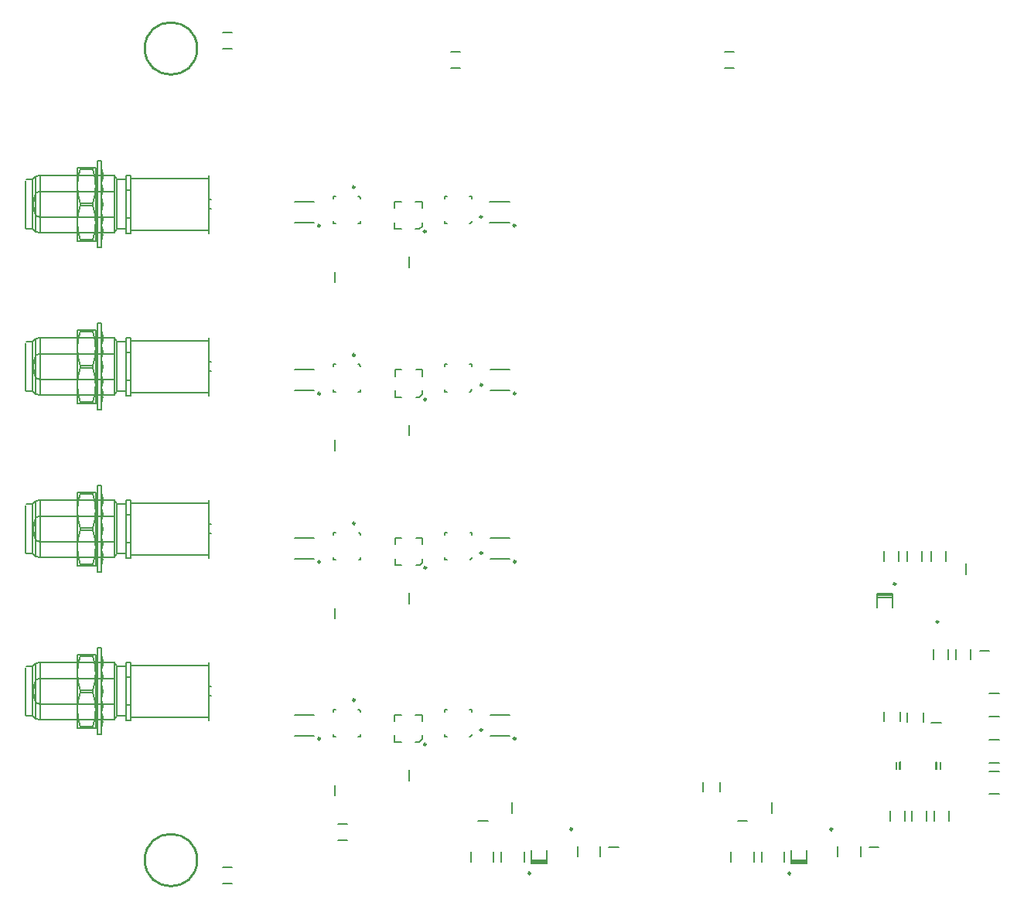
<source format=gto>
G04*
G04 #@! TF.GenerationSoftware,Altium Limited,Altium Designer,21.0.9 (235)*
G04*
G04 Layer_Color=65535*
%FSLAX25Y25*%
%MOIN*%
G70*
G04*
G04 #@! TF.SameCoordinates,4626A756-FD0A-4D7F-A62D-B668EF0F2538*
G04*
G04*
G04 #@! TF.FilePolarity,Positive*
G04*
G01*
G75*
%ADD10C,0.00787*%
%ADD11C,0.00984*%
%ADD12C,0.01000*%
D10*
X343916Y60835D02*
G03*
X343916Y63985I-7916J1575D01*
G01*
X328285D02*
G03*
X328285Y60835I7715J-1575D01*
G01*
X343715D02*
G03*
X343715Y63985I-7715J1575D01*
G01*
X328084D02*
G03*
X328084Y60835I7916J-1575D01*
G01*
X-25088Y304002D02*
G03*
X-25088Y289238I21236J-7382D01*
G01*
Y319750D02*
G03*
X-25088Y304986I21236J-7382D01*
G01*
X-19707D02*
G03*
X-19707Y319750I-21236J7382D01*
G01*
Y289238D02*
G03*
X-19707Y304002I-21236J7382D01*
G01*
X-44217Y309508D02*
G03*
X-44217Y299480I10945J-5014D01*
G01*
Y99508D02*
G03*
X-44217Y89480I10945J-5014D01*
G01*
X-19707Y79238D02*
G03*
X-19707Y94002I-21236J7382D01*
G01*
Y94986D02*
G03*
X-19707Y109750I-21236J7382D01*
G01*
X-25088D02*
G03*
X-25088Y94986I21236J-7382D01*
G01*
Y94002D02*
G03*
X-25088Y79238I21236J-7382D01*
G01*
X-44217Y239508D02*
G03*
X-44217Y229480I10945J-5014D01*
G01*
X-19707Y219238D02*
G03*
X-19707Y234002I-21236J7382D01*
G01*
Y234986D02*
G03*
X-19707Y249750I-21236J7382D01*
G01*
X-25088D02*
G03*
X-25088Y234986I21236J-7382D01*
G01*
Y234002D02*
G03*
X-25088Y219238I21236J-7382D01*
G01*
X-44217Y169508D02*
G03*
X-44217Y159480I10945J-5014D01*
G01*
X-19707Y149238D02*
G03*
X-19707Y164002I-21236J7382D01*
G01*
Y164986D02*
G03*
X-19707Y179750I-21236J7382D01*
G01*
X-25088D02*
G03*
X-25088Y164986I21236J-7382D01*
G01*
Y164002D02*
G03*
X-25088Y149238I21236J-7382D01*
G01*
X345488Y60835D02*
Y63985D01*
X326512Y60835D02*
Y63985D01*
X-18461Y317532D02*
X-17673Y320242D01*
X-18461Y317532D02*
X-17673Y317303D01*
X-16098D02*
X-15311Y317532D01*
X-18461Y315785D02*
X-17673Y318132D01*
X-18461Y315785D02*
X-17673Y313813D01*
X-18461Y311013D02*
X-17673Y313545D01*
X-18461Y311013D02*
X-17673Y308062D01*
X-18461Y304494D02*
X-17673Y307696D01*
X-18461Y293203D02*
X-17673Y295149D01*
X-18461Y297975D02*
X-17673Y295417D01*
X-18461Y297975D02*
X-17673Y300926D01*
X-18461Y304494D02*
X-17673Y301293D01*
X-16098Y320242D02*
X-15311Y317532D01*
X-16098Y317938D02*
X-15311Y315785D01*
X-16098Y313786D02*
X-15311Y315785D01*
X-16098Y313588D02*
X-15311Y311013D01*
X-16098Y307983D02*
X-15311Y311013D01*
X-16098Y307712D02*
X-15311Y304494D01*
X-16098Y301245D02*
X-15311Y304494D01*
X-16098Y300973D02*
X-15311Y297975D01*
X-16098Y295377D02*
X-15311Y297975D01*
X-16098Y295179D02*
X-15311Y293203D01*
X-18461D02*
X-17673Y290856D01*
X-16098D02*
X-15311Y293203D01*
X-17673Y323195D02*
X-16098D01*
X-17673Y285793D02*
Y323195D01*
Y285793D02*
X-16098D01*
Y323195D01*
X-18461Y291456D02*
X-17673Y288746D01*
X-18461Y291456D02*
X-17673Y291685D01*
X-16098D02*
X-15311Y291456D01*
X-16098Y288746D02*
X-15311Y291456D01*
X-25088Y319750D02*
Y320242D01*
Y319750D02*
X-19707D01*
Y320242D01*
Y304002D02*
Y304986D01*
X-25088D02*
X-19707D01*
X-25088Y304002D02*
Y304986D01*
Y304002D02*
X-19707D01*
X-18461Y288746D02*
Y320242D01*
X-26335D02*
X-18461D01*
X-26335Y288746D02*
Y320242D01*
Y288746D02*
X-18461D01*
X-25088D02*
Y289238D01*
X-19707D01*
Y288746D02*
Y289238D01*
X-3500Y315630D02*
X30358D01*
X-3500Y293359D02*
X30358D01*
X-5469Y310532D02*
X-3500D01*
X-5469Y298456D02*
X-3500D01*
X-42476Y292211D02*
Y316778D01*
X-44217Y316533D02*
X-42476Y316778D01*
X-44217Y292455D02*
X-42476Y292211D01*
X-44217Y309508D02*
X-42476Y310070D01*
X-10360D01*
X-44217Y299480D02*
X-42476Y298918D01*
X-10360D01*
X-48382Y293864D02*
X-45626D01*
X-48776Y294258D02*
Y314730D01*
X-48382Y315124D02*
X-45626D01*
X-44217Y316533D01*
X-45626Y293864D02*
Y315124D01*
Y293864D02*
X-44217Y292455D01*
Y316533D01*
X-42476Y316778D02*
X-10360D01*
X-42476Y292211D02*
X-10360D01*
X-9405Y293864D01*
X-10360Y292211D02*
Y316778D01*
X-9405Y315124D01*
Y293864D02*
Y315124D01*
X-5469D01*
X-9405Y293864D02*
X-5469D01*
Y291994D02*
Y316994D01*
X-3500D01*
X-5469Y291994D02*
X-3500D01*
Y291896D02*
Y317092D01*
X30358Y291896D02*
Y317092D01*
Y302526D02*
X31343D01*
X30358Y306463D02*
X31343D01*
X30358Y96463D02*
X31343D01*
X30358Y92526D02*
X31343D01*
X30358Y81896D02*
Y107092D01*
X-3500Y81896D02*
Y107092D01*
X-5469Y81994D02*
X-3500D01*
X-5469Y106994D02*
X-3500D01*
X-5469Y81994D02*
Y106994D01*
X-9405Y83864D02*
X-5469D01*
X-9405Y105124D02*
X-5469D01*
X-9405Y83864D02*
Y105124D01*
X-10360Y106778D02*
X-9405Y105124D01*
X-10360Y82211D02*
Y106778D01*
Y82211D02*
X-9405Y83864D01*
X-42476Y82211D02*
X-10360D01*
X-42476Y106778D02*
X-10360D01*
X-44217Y82455D02*
Y106533D01*
X-45626Y83864D02*
X-44217Y82455D01*
X-45626Y83864D02*
Y105124D01*
X-44217Y106533D01*
X-48382Y105124D02*
X-45626D01*
X-48776Y84258D02*
Y104730D01*
X-48382Y83864D02*
X-45626D01*
X-42476Y88918D02*
X-10360D01*
X-44217Y89480D02*
X-42476Y88918D01*
Y100070D02*
X-10360D01*
X-44217Y99508D02*
X-42476Y100070D01*
X-44217Y82455D02*
X-42476Y82211D01*
X-44217Y106533D02*
X-42476Y106778D01*
Y82211D02*
Y106778D01*
X-5469Y88456D02*
X-3500D01*
X-5469Y100532D02*
X-3500D01*
Y83359D02*
X30358D01*
X-3500Y105630D02*
X30358D01*
X-19707Y78746D02*
Y79238D01*
X-25088D02*
X-19707D01*
X-25088Y78746D02*
Y79238D01*
X-26335Y78746D02*
X-18461D01*
X-26335D02*
Y110242D01*
X-18461D01*
Y78746D02*
Y110242D01*
X-25088Y94002D02*
X-19707D01*
X-25088D02*
Y94986D01*
X-19707D01*
Y94002D02*
Y94986D01*
Y109750D02*
Y110242D01*
X-25088Y109750D02*
X-19707D01*
X-25088D02*
Y110242D01*
X-16098Y78746D02*
X-15311Y81456D01*
X-16098Y81685D02*
X-15311Y81456D01*
X-18461D02*
X-17673Y81685D01*
X-18461Y81456D02*
X-17673Y78746D01*
X-16098Y75793D02*
Y113195D01*
X-17673Y75793D02*
X-16098D01*
X-17673D02*
Y113195D01*
X-16098D01*
Y80856D02*
X-15311Y83203D01*
X-18461D02*
X-17673Y80856D01*
X-16098Y85179D02*
X-15311Y83203D01*
X-16098Y85377D02*
X-15311Y87975D01*
X-16098Y90973D02*
X-15311Y87975D01*
X-16098Y91245D02*
X-15311Y94494D01*
X-16098Y97711D02*
X-15311Y94494D01*
X-16098Y97983D02*
X-15311Y101013D01*
X-16098Y103588D02*
X-15311Y101013D01*
X-16098Y103786D02*
X-15311Y105785D01*
X-16098Y107938D02*
X-15311Y105785D01*
X-16098Y110242D02*
X-15311Y107532D01*
X-18461Y94494D02*
X-17673Y91293D01*
X-18461Y87975D02*
X-17673Y90926D01*
X-18461Y87975D02*
X-17673Y85417D01*
X-18461Y83203D02*
X-17673Y85149D01*
X-18461Y94494D02*
X-17673Y97695D01*
X-18461Y101013D02*
X-17673Y98062D01*
X-18461Y101013D02*
X-17673Y103545D01*
X-18461Y105785D02*
X-17673Y103813D01*
X-18461Y105785D02*
X-17673Y108132D01*
X-16098Y107303D02*
X-15311Y107532D01*
X-18461D02*
X-17673Y107303D01*
X-18461Y107532D02*
X-17673Y110242D01*
X318454Y135078D02*
X325147D01*
X318454Y135865D02*
X325147D01*
X318454Y136653D02*
X325147D01*
X318454Y130747D02*
Y136653D01*
X325147Y130747D02*
Y136653D01*
X83916Y74931D02*
Y75915D01*
Y74931D02*
X84900D01*
X83916Y85758D02*
Y86742D01*
X84900D01*
X95727Y74931D02*
Y75915D01*
X94743Y74931D02*
X95727D01*
Y85758D02*
Y85955D01*
X94940Y86742D02*
X95727Y85955D01*
X94743Y86742D02*
X94940D01*
X131914Y86695D02*
X132898D01*
X131914Y85711D02*
Y86695D01*
X142741D02*
X143725D01*
Y85711D02*
Y86695D01*
X131914Y74884D02*
X132898D01*
X131914D02*
Y75868D01*
X142741Y74884D02*
X142938D01*
X143725Y75671D01*
Y75868D01*
X67281Y160642D02*
X75655D01*
X67281Y151592D02*
X75655D01*
X67202Y75329D02*
X75576D01*
X67202Y84379D02*
X75576D01*
X121100Y72631D02*
X122281Y73812D01*
X119446Y72631D02*
X121100D01*
X122281Y73812D01*
Y75466D01*
X110470Y72631D02*
Y75466D01*
Y72631D02*
X113304D01*
X110470Y84442D02*
X113304D01*
X110470Y81608D02*
Y84442D01*
X122281Y81608D02*
Y84442D01*
X119446D02*
X122281D01*
X116571Y55976D02*
Y60602D01*
X314903Y27318D02*
X319037D01*
X301378Y23327D02*
Y27657D01*
X311221Y23327D02*
Y27657D01*
X330298Y38696D02*
Y43027D01*
X323999Y38696D02*
Y43027D01*
X252679Y363257D02*
X256616D01*
X252679Y370343D02*
X256616D01*
X273068Y41921D02*
Y46449D01*
X30358Y236463D02*
X31343D01*
X30358Y232526D02*
X31343D01*
X30358Y221896D02*
Y247093D01*
X-3500Y221896D02*
Y247093D01*
X-5469Y221994D02*
X-3500D01*
X-5469Y246994D02*
X-3500D01*
X-5469Y221994D02*
Y246994D01*
X-9405Y223864D02*
X-5469D01*
X-9405Y245124D02*
X-5469D01*
X-9405Y223864D02*
Y245124D01*
X-10360Y246778D02*
X-9405Y245124D01*
X-10360Y222211D02*
Y246778D01*
Y222211D02*
X-9405Y223864D01*
X-42476Y222211D02*
X-10360D01*
X-42476Y246778D02*
X-10360D01*
X-44217Y222455D02*
Y246533D01*
X-45626Y223864D02*
X-44217Y222455D01*
X-45626Y223864D02*
Y245124D01*
X-44217Y246533D01*
X-48382Y245124D02*
X-45626D01*
X-48776Y224258D02*
Y244730D01*
X-48382Y223864D02*
X-45626D01*
X-42476Y228918D02*
X-10360D01*
X-44217Y229480D02*
X-42476Y228918D01*
Y240070D02*
X-10360D01*
X-44217Y239508D02*
X-42476Y240070D01*
X-44217Y222455D02*
X-42476Y222211D01*
X-44217Y246533D02*
X-42476Y246778D01*
Y222211D02*
Y246778D01*
X-5469Y228456D02*
X-3500D01*
X-5469Y240532D02*
X-3500D01*
Y223359D02*
X30358D01*
X-3500Y245630D02*
X30358D01*
X-19707Y218746D02*
Y219238D01*
X-25088D02*
X-19707D01*
X-25088Y218746D02*
Y219238D01*
X-26335Y218746D02*
X-18461D01*
X-26335D02*
Y250242D01*
X-18461D01*
Y218746D02*
Y250242D01*
X-25088Y234002D02*
X-19707D01*
X-25088D02*
Y234986D01*
X-19707D01*
Y234002D02*
Y234986D01*
Y249750D02*
Y250242D01*
X-25088Y249750D02*
X-19707D01*
X-25088D02*
Y250242D01*
X-16098Y218746D02*
X-15311Y221456D01*
X-16098Y221685D02*
X-15311Y221456D01*
X-18461D02*
X-17673Y221685D01*
X-18461Y221456D02*
X-17673Y218746D01*
X-16098Y215793D02*
Y253195D01*
X-17673Y215793D02*
X-16098D01*
X-17673D02*
Y253195D01*
X-16098D01*
Y220856D02*
X-15311Y223203D01*
X-18461D02*
X-17673Y220856D01*
X-16098Y225179D02*
X-15311Y223203D01*
X-16098Y225377D02*
X-15311Y227975D01*
X-16098Y230973D02*
X-15311Y227975D01*
X-16098Y231245D02*
X-15311Y234494D01*
X-16098Y237712D02*
X-15311Y234494D01*
X-16098Y237983D02*
X-15311Y241013D01*
X-16098Y243588D02*
X-15311Y241013D01*
X-16098Y243786D02*
X-15311Y245785D01*
X-16098Y247938D02*
X-15311Y245785D01*
X-16098Y250242D02*
X-15311Y247532D01*
X-18461Y234494D02*
X-17673Y231293D01*
X-18461Y227975D02*
X-17673Y230926D01*
X-18461Y227975D02*
X-17673Y225417D01*
X-18461Y223203D02*
X-17673Y225149D01*
X-18461Y234494D02*
X-17673Y237696D01*
X-18461Y241013D02*
X-17673Y238062D01*
X-18461Y241013D02*
X-17673Y243545D01*
X-18461Y245785D02*
X-17673Y243813D01*
X-18461Y245785D02*
X-17673Y248132D01*
X-16098Y247303D02*
X-15311Y247532D01*
X-18461D02*
X-17673Y247303D01*
X-18461Y247532D02*
X-17673Y250242D01*
X30358Y166463D02*
X31343D01*
X30358Y162526D02*
X31343D01*
X30358Y151896D02*
Y177093D01*
X-3500Y151896D02*
Y177093D01*
X-5469Y151994D02*
X-3500D01*
X-5469Y176994D02*
X-3500D01*
X-5469Y151994D02*
Y176994D01*
X-9405Y153864D02*
X-5469D01*
X-9405Y175124D02*
X-5469D01*
X-9405Y153864D02*
Y175124D01*
X-10360Y176778D02*
X-9405Y175124D01*
X-10360Y152211D02*
Y176778D01*
Y152211D02*
X-9405Y153864D01*
X-42476Y152211D02*
X-10360D01*
X-42476Y176778D02*
X-10360D01*
X-44217Y152455D02*
Y176533D01*
X-45626Y153864D02*
X-44217Y152455D01*
X-45626Y153864D02*
Y175124D01*
X-44217Y176533D01*
X-48382Y175124D02*
X-45626D01*
X-48776Y154258D02*
Y174730D01*
X-48382Y153864D02*
X-45626D01*
X-42476Y158918D02*
X-10360D01*
X-44217Y159480D02*
X-42476Y158918D01*
Y170070D02*
X-10360D01*
X-44217Y169508D02*
X-42476Y170070D01*
X-44217Y152455D02*
X-42476Y152211D01*
X-44217Y176533D02*
X-42476Y176778D01*
Y152211D02*
Y176778D01*
X-5469Y158456D02*
X-3500D01*
X-5469Y170532D02*
X-3500D01*
Y153358D02*
X30358D01*
X-3500Y175630D02*
X30358D01*
X-19707Y148746D02*
Y149238D01*
X-25088D02*
X-19707D01*
X-25088Y148746D02*
Y149238D01*
X-26335Y148746D02*
X-18461D01*
X-26335D02*
Y180242D01*
X-18461D01*
Y148746D02*
Y180242D01*
X-25088Y164002D02*
X-19707D01*
X-25088D02*
Y164986D01*
X-19707D01*
Y164002D02*
Y164986D01*
Y179750D02*
Y180242D01*
X-25088Y179750D02*
X-19707D01*
X-25088D02*
Y180242D01*
X-16098Y148746D02*
X-15311Y151456D01*
X-16098Y151685D02*
X-15311Y151456D01*
X-18461D02*
X-17673Y151685D01*
X-18461Y151456D02*
X-17673Y148746D01*
X-16098Y145793D02*
Y183195D01*
X-17673Y145793D02*
X-16098D01*
X-17673D02*
Y183195D01*
X-16098D01*
Y150856D02*
X-15311Y153203D01*
X-18461D02*
X-17673Y150856D01*
X-16098Y155178D02*
X-15311Y153203D01*
X-16098Y155377D02*
X-15311Y157975D01*
X-16098Y160973D02*
X-15311Y157975D01*
X-16098Y161245D02*
X-15311Y164494D01*
X-16098Y167711D02*
X-15311Y164494D01*
X-16098Y167983D02*
X-15311Y171013D01*
X-16098Y173588D02*
X-15311Y171013D01*
X-16098Y173786D02*
X-15311Y175785D01*
X-16098Y177938D02*
X-15311Y175785D01*
X-16098Y180242D02*
X-15311Y177532D01*
X-18461Y164494D02*
X-17673Y161293D01*
X-18461Y157975D02*
X-17673Y160926D01*
X-18461Y157975D02*
X-17673Y155417D01*
X-18461Y153203D02*
X-17673Y155149D01*
X-18461Y164494D02*
X-17673Y167695D01*
X-18461Y171013D02*
X-17673Y168062D01*
X-18461Y171013D02*
X-17673Y173545D01*
X-18461Y175785D02*
X-17673Y173813D01*
X-18461Y175785D02*
X-17673Y178132D01*
X-16098Y177303D02*
X-15311Y177532D01*
X-18461D02*
X-17673Y177303D01*
X-18461Y177532D02*
X-17673Y180242D01*
X348924Y108235D02*
Y112566D01*
X342624Y108235D02*
Y112566D01*
X358692Y108235D02*
Y112566D01*
X352393Y108235D02*
Y112566D01*
X331359Y150535D02*
Y154865D01*
X337658Y150535D02*
Y154865D01*
X321459Y150535D02*
Y154865D01*
X327758Y150535D02*
Y154865D01*
X347952Y150535D02*
Y154865D01*
X341653Y150535D02*
Y154865D01*
X356558Y144936D02*
Y149464D01*
X84517Y270783D02*
Y275311D01*
X84607Y198333D02*
Y202860D01*
X84646Y125787D02*
Y130315D01*
X84567Y49525D02*
Y54052D01*
X341602Y80930D02*
X346129D01*
X331169Y81422D02*
Y85359D01*
X338255Y81422D02*
Y85359D01*
X321300Y81608D02*
Y85545D01*
X328386Y81608D02*
Y85545D01*
X349404Y38696D02*
Y43027D01*
X343105Y38696D02*
Y43027D01*
X339646Y38696D02*
Y43027D01*
X333347Y38696D02*
Y43027D01*
X366533Y63679D02*
X370864D01*
X366533Y73522D02*
X370864D01*
X366569Y50195D02*
X370900D01*
X366569Y60037D02*
X370900D01*
X366626Y83740D02*
X370957D01*
X366626Y93582D02*
X370957D01*
X166261Y20959D02*
Y25290D01*
X156418Y20959D02*
Y25290D01*
X268547Y20914D02*
Y25245D01*
X278389Y20914D02*
Y25245D01*
X153061Y20959D02*
Y25290D01*
X143218Y20959D02*
Y25290D01*
X255346Y20914D02*
Y25245D01*
X265189Y20914D02*
Y25245D01*
X199092Y23372D02*
Y27702D01*
X189250Y23372D02*
Y27702D01*
X160939Y41966D02*
Y46494D01*
X169193Y20177D02*
Y26083D01*
X175886Y20177D02*
Y26083D01*
X169193Y20177D02*
X175886D01*
X169193Y20965D02*
X175886D01*
X169193Y21752D02*
X175886D01*
X281321Y21707D02*
X288014D01*
X281321Y20920D02*
X288014D01*
X281321Y20132D02*
X288014D01*
Y26038D01*
X281321Y20132D02*
Y26038D01*
X119397Y305701D02*
X122231D01*
Y302866D02*
Y305701D01*
X110421Y302866D02*
Y305701D01*
X113255D01*
X110421Y293890D02*
X113255D01*
X110421D02*
Y296724D01*
X122231Y295071D02*
Y296724D01*
X121050Y293890D02*
X122231Y295071D01*
X119397Y293890D02*
X121050D01*
X122231Y295071D01*
X119486Y233250D02*
X122321D01*
Y230415D02*
Y233250D01*
X110510Y230415D02*
Y233250D01*
X113345D01*
X110510Y221439D02*
X113345D01*
X110510D02*
Y224274D01*
X122321Y222620D02*
Y224274D01*
X121140Y221439D02*
X122321Y222620D01*
X119486Y221439D02*
X121140D01*
X122321Y222620D01*
X119525Y160705D02*
X122360D01*
Y157870D02*
Y160705D01*
X110549Y157870D02*
Y160705D01*
X113383D01*
X110549Y148894D02*
X113383D01*
X110549D02*
Y151728D01*
X122360Y150075D02*
Y151728D01*
X121179Y148894D02*
X122360Y150075D01*
X119525Y148894D02*
X121179D01*
X122360Y150075D01*
X83867Y296190D02*
Y297174D01*
Y296190D02*
X84851D01*
X83867Y307016D02*
Y308001D01*
X84851D01*
X95678Y296190D02*
Y297174D01*
X94694Y296190D02*
X95678D01*
Y307016D02*
Y307213D01*
X94890Y308001D02*
X95678Y307213D01*
X94694Y308001D02*
X94890D01*
X94783Y235550D02*
X94980D01*
X95767Y234763D01*
Y234566D02*
Y234763D01*
X94783Y223739D02*
X95767D01*
Y224723D01*
X83956Y235550D02*
X84941D01*
X83956Y234566D02*
Y235550D01*
Y223739D02*
X84941D01*
X83956D02*
Y224723D01*
X83995Y151194D02*
Y152178D01*
Y151194D02*
X84979D01*
X83995Y162021D02*
Y163005D01*
X84979D01*
X95806Y151194D02*
Y152178D01*
X94822Y151194D02*
X95806D01*
Y162021D02*
Y162217D01*
X95019Y163005D02*
X95806Y162217D01*
X94822Y163005D02*
X95019D01*
X131865Y307954D02*
X132849D01*
X131865Y306969D02*
Y307954D01*
X142691D02*
X143676D01*
Y306969D02*
Y307954D01*
X131865Y296143D02*
X132849D01*
X131865D02*
Y297127D01*
X142691Y296143D02*
X142888D01*
X143676Y296930D01*
Y297127D01*
X143765Y224479D02*
Y224676D01*
X142978Y223692D02*
X143765Y224479D01*
X142781Y223692D02*
X142978D01*
X131954D02*
Y224676D01*
Y223692D02*
X132938D01*
X143765Y234519D02*
Y235503D01*
X142781D02*
X143765D01*
X131954Y234519D02*
Y235503D01*
X132938D01*
X131993Y162958D02*
X132977D01*
X131993Y161973D02*
Y162958D01*
X142820D02*
X143804D01*
Y161973D02*
Y162958D01*
X131993Y151146D02*
X132977D01*
X131993D02*
Y152131D01*
X142820Y151146D02*
X143017D01*
X143804Y151934D01*
Y152131D01*
X151445Y305672D02*
X159819D01*
X151445Y296623D02*
X159819D01*
X151535Y233222D02*
X159909D01*
X151535Y224172D02*
X159909D01*
X151574Y160676D02*
X159948D01*
X151574Y151627D02*
X159948D01*
X151495Y75364D02*
X159869D01*
X151495Y84414D02*
X159869D01*
X67152Y305638D02*
X75526D01*
X67152Y296588D02*
X75526D01*
X67242Y233187D02*
X75616D01*
X67242Y224137D02*
X75616D01*
X362500Y112106D02*
X366634D01*
X146457Y38484D02*
X150591D01*
X258201Y38549D02*
X262335D01*
X202775Y27363D02*
X206908D01*
X86136Y37434D02*
X90073D01*
X86136Y30347D02*
X90073D01*
X243438Y51203D02*
Y55140D01*
X250524Y51203D02*
Y55140D01*
X36430Y11557D02*
X40367D01*
X36430Y18643D02*
X40367D01*
X36432Y378743D02*
X40369D01*
X36432Y371657D02*
X40369D01*
X134632Y363257D02*
X138568D01*
X134632Y370343D02*
X138568D01*
X116522Y277235D02*
Y281861D01*
X116612Y204784D02*
Y209410D01*
X116650Y132239D02*
Y136865D01*
D11*
X344803Y124457D02*
G03*
X344803Y124457I-492J0D01*
G01*
X299109Y35006D02*
G03*
X299109Y35006I-492J0D01*
G01*
X326387Y140826D02*
G03*
X326387Y140826I-492J0D01*
G01*
X93267Y90679D02*
G03*
X93267Y90679I-492J0D01*
G01*
X148154Y77837D02*
G03*
X148154Y77837I-492J0D01*
G01*
X78352Y150313D02*
G03*
X78352Y150313I-492J0D01*
G01*
X78273Y74050D02*
G03*
X78273Y74050I-492J0D01*
G01*
X123954Y71548D02*
G03*
X123954Y71548I-492J0D01*
G01*
X168937Y16004D02*
G03*
X168937Y16004I-492J0D01*
G01*
X281065Y15959D02*
G03*
X281065Y15959I-492J0D01*
G01*
X123905Y292807D02*
G03*
X123905Y292807I-492J0D01*
G01*
X123994Y220356D02*
G03*
X123994Y220356I-492J0D01*
G01*
X124033Y147811D02*
G03*
X124033Y147811I-492J0D01*
G01*
X93217Y311938D02*
G03*
X93217Y311938I-492J0D01*
G01*
X93307Y239487D02*
G03*
X93307Y239487I-492J0D01*
G01*
X93346Y166942D02*
G03*
X93346Y166942I-492J0D01*
G01*
X148105Y299095D02*
G03*
X148105Y299095I-492J0D01*
G01*
X148194Y226645D02*
G03*
X148194Y226645I-492J0D01*
G01*
X148233Y154099D02*
G03*
X148233Y154099I-492J0D01*
G01*
X162516Y295344D02*
G03*
X162516Y295344I-492J0D01*
G01*
X162606Y222893D02*
G03*
X162606Y222893I-492J0D01*
G01*
X162645Y150348D02*
G03*
X162645Y150348I-492J0D01*
G01*
X162566Y74085D02*
G03*
X162566Y74085I-492J0D01*
G01*
X78223Y295309D02*
G03*
X78223Y295309I-492J0D01*
G01*
X78313Y222858D02*
G03*
X78313Y222858I-492J0D01*
G01*
X186980Y35050D02*
G03*
X186980Y35050I-492J0D01*
G01*
D12*
X25250Y371700D02*
G03*
X25250Y371700I-11250J0D01*
G01*
Y21700D02*
G03*
X25250Y21700I-11250J0D01*
G01*
M02*

</source>
